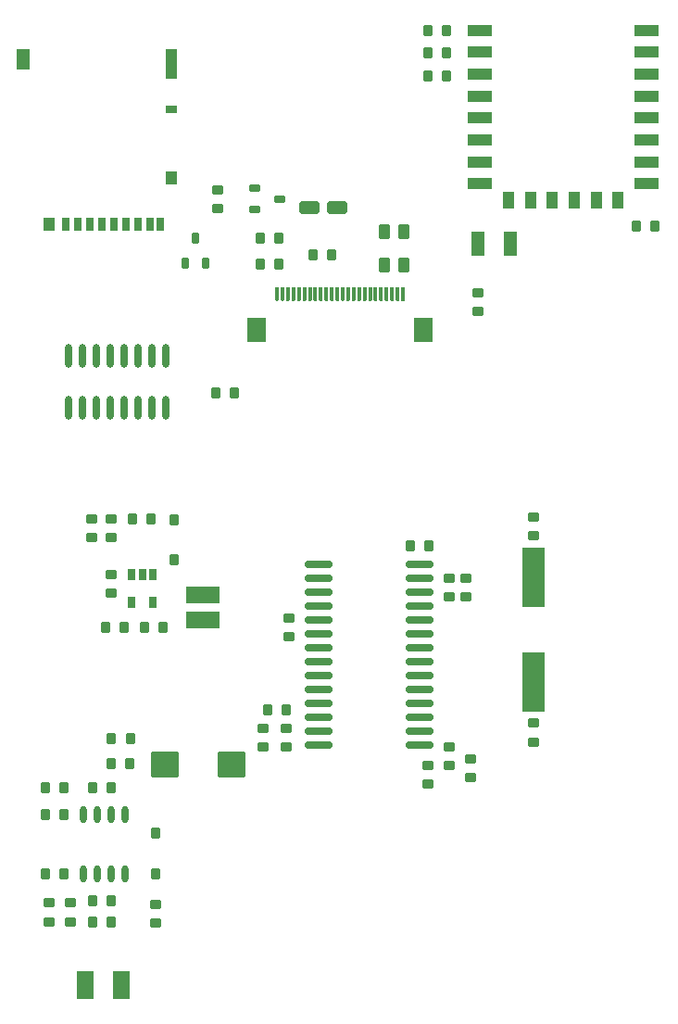
<source format=gtp>
G04 Layer_Color=8421504*
%FSLAX44Y44*%
%MOMM*%
G71*
G01*
G75*
G04:AMPARAMS|DCode=10|XSize=1mm|YSize=0.9mm|CornerRadius=0.1125mm|HoleSize=0mm|Usage=FLASHONLY|Rotation=270.000|XOffset=0mm|YOffset=0mm|HoleType=Round|Shape=RoundedRectangle|*
%AMROUNDEDRECTD10*
21,1,1.0000,0.6750,0,0,270.0*
21,1,0.7750,0.9000,0,0,270.0*
1,1,0.2250,-0.3375,-0.3875*
1,1,0.2250,-0.3375,0.3875*
1,1,0.2250,0.3375,0.3875*
1,1,0.2250,0.3375,-0.3875*
%
%ADD10ROUNDEDRECTD10*%
%ADD11R,0.7000X1.2000*%
%ADD12R,1.0000X1.2000*%
%ADD13R,1.0000X0.8000*%
%ADD14R,1.0000X2.8000*%
%ADD15R,1.3000X1.9000*%
%ADD16R,1.1430X2.2860*%
%ADD17R,0.3000X1.3000*%
%ADD18R,1.8000X2.2000*%
%ADD19R,3.0500X1.5200*%
G04:AMPARAMS|DCode=20|XSize=2.45mm|YSize=2.55mm|CornerRadius=0.245mm|HoleSize=0mm|Usage=FLASHONLY|Rotation=90.000|XOffset=0mm|YOffset=0mm|HoleType=Round|Shape=RoundedRectangle|*
%AMROUNDEDRECTD20*
21,1,2.4500,2.0600,0,0,90.0*
21,1,1.9600,2.5500,0,0,90.0*
1,1,0.4900,1.0300,0.9800*
1,1,0.4900,1.0300,-0.9800*
1,1,0.4900,-1.0300,-0.9800*
1,1,0.4900,-1.0300,0.9800*
%
%ADD20ROUNDEDRECTD20*%
G04:AMPARAMS|DCode=21|XSize=1.8mm|YSize=1.2mm|CornerRadius=0.15mm|HoleSize=0mm|Usage=FLASHONLY|Rotation=180.000|XOffset=0mm|YOffset=0mm|HoleType=Round|Shape=RoundedRectangle|*
%AMROUNDEDRECTD21*
21,1,1.8000,0.9000,0,0,180.0*
21,1,1.5000,1.2000,0,0,180.0*
1,1,0.3000,-0.7500,0.4500*
1,1,0.3000,0.7500,0.4500*
1,1,0.3000,0.7500,-0.4500*
1,1,0.3000,-0.7500,-0.4500*
%
%ADD21ROUNDEDRECTD21*%
%ADD22R,1.5500X2.6000*%
G04:AMPARAMS|DCode=23|XSize=1.4mm|YSize=1mm|CornerRadius=0.125mm|HoleSize=0mm|Usage=FLASHONLY|Rotation=270.000|XOffset=0mm|YOffset=0mm|HoleType=Round|Shape=RoundedRectangle|*
%AMROUNDEDRECTD23*
21,1,1.4000,0.7500,0,0,270.0*
21,1,1.1500,1.0000,0,0,270.0*
1,1,0.2500,-0.3750,-0.5750*
1,1,0.2500,-0.3750,0.5750*
1,1,0.2500,0.3750,0.5750*
1,1,0.2500,0.3750,-0.5750*
%
%ADD23ROUNDEDRECTD23*%
G04:AMPARAMS|DCode=24|XSize=1mm|YSize=0.9mm|CornerRadius=0.1125mm|HoleSize=0mm|Usage=FLASHONLY|Rotation=0.000|XOffset=0mm|YOffset=0mm|HoleType=Round|Shape=RoundedRectangle|*
%AMROUNDEDRECTD24*
21,1,1.0000,0.6750,0,0,0.0*
21,1,0.7750,0.9000,0,0,0.0*
1,1,0.2250,0.3875,-0.3375*
1,1,0.2250,-0.3875,-0.3375*
1,1,0.2250,-0.3875,0.3375*
1,1,0.2250,0.3875,0.3375*
%
%ADD24ROUNDEDRECTD24*%
%ADD25R,1.0000X1.5000*%
%ADD26R,2.2500X1.0000*%
G04:AMPARAMS|DCode=27|XSize=0.6mm|YSize=1.1mm|CornerRadius=0.075mm|HoleSize=0mm|Usage=FLASHONLY|Rotation=180.000|XOffset=0mm|YOffset=0mm|HoleType=Round|Shape=RoundedRectangle|*
%AMROUNDEDRECTD27*
21,1,0.6000,0.9500,0,0,180.0*
21,1,0.4500,1.1000,0,0,180.0*
1,1,0.1500,-0.2250,0.4750*
1,1,0.1500,0.2250,0.4750*
1,1,0.1500,0.2250,-0.4750*
1,1,0.1500,-0.2250,-0.4750*
%
%ADD27ROUNDEDRECTD27*%
G04:AMPARAMS|DCode=28|XSize=0.6mm|YSize=1mm|CornerRadius=0.075mm|HoleSize=0mm|Usage=FLASHONLY|Rotation=270.000|XOffset=0mm|YOffset=0mm|HoleType=Round|Shape=RoundedRectangle|*
%AMROUNDEDRECTD28*
21,1,0.6000,0.8500,0,0,270.0*
21,1,0.4500,1.0000,0,0,270.0*
1,1,0.1500,-0.4250,-0.2250*
1,1,0.1500,-0.4250,0.2250*
1,1,0.1500,0.4250,0.2250*
1,1,0.1500,0.4250,-0.2250*
%
%ADD28ROUNDEDRECTD28*%
G04:AMPARAMS|DCode=29|XSize=0.6mm|YSize=1mm|CornerRadius=0.075mm|HoleSize=0mm|Usage=FLASHONLY|Rotation=0.000|XOffset=0mm|YOffset=0mm|HoleType=Round|Shape=RoundedRectangle|*
%AMROUNDEDRECTD29*
21,1,0.6000,0.8500,0,0,0.0*
21,1,0.4500,1.0000,0,0,0.0*
1,1,0.1500,0.2250,-0.4250*
1,1,0.1500,-0.2250,-0.4250*
1,1,0.1500,-0.2250,0.4250*
1,1,0.1500,0.2250,0.4250*
%
%ADD29ROUNDEDRECTD29*%
%ADD30O,2.6000X0.7000*%
%ADD31O,0.6000X2.2000*%
%ADD32O,0.6000X1.6000*%
G04:AMPARAMS|DCode=33|XSize=0.8mm|YSize=1mm|CornerRadius=0.1mm|HoleSize=0mm|Usage=FLASHONLY|Rotation=180.000|XOffset=0mm|YOffset=0mm|HoleType=Round|Shape=RoundedRectangle|*
%AMROUNDEDRECTD33*
21,1,0.8000,0.8000,0,0,180.0*
21,1,0.6000,1.0000,0,0,180.0*
1,1,0.2000,-0.3000,0.4000*
1,1,0.2000,0.3000,0.4000*
1,1,0.2000,0.3000,-0.4000*
1,1,0.2000,-0.3000,-0.4000*
%
%ADD33ROUNDEDRECTD33*%
%ADD34R,2.0000X5.5000*%
G36*
X283723Y729500D02*
X281250D01*
Y742511D01*
X283723D01*
Y729500D01*
D02*
G37*
G36*
X278689D02*
X276250D01*
Y742519D01*
X278689D01*
Y729500D01*
D02*
G37*
G36*
X273707D02*
X271250D01*
Y742511D01*
X273707D01*
Y729500D01*
D02*
G37*
G36*
X298746D02*
X296250D01*
Y742518D01*
X298746D01*
Y729500D01*
D02*
G37*
G36*
X293737D02*
X291250D01*
Y742514D01*
X293737D01*
Y729500D01*
D02*
G37*
G36*
X288726D02*
X286250D01*
Y742514D01*
X288726D01*
Y729500D01*
D02*
G37*
G36*
X253721D02*
X251250D01*
Y742504D01*
X253721D01*
Y729500D01*
D02*
G37*
G36*
X248746D02*
X246250D01*
Y742501D01*
X248746D01*
Y729500D01*
D02*
G37*
G36*
X243621D02*
X241250D01*
Y742515D01*
X243621D01*
Y729500D01*
D02*
G37*
G36*
X268714D02*
X266250D01*
Y742508D01*
X268714D01*
Y729500D01*
D02*
G37*
G36*
X263659D02*
X261250D01*
Y742516D01*
X263659D01*
Y729500D01*
D02*
G37*
G36*
X258662D02*
X256250D01*
Y742514D01*
X258662D01*
Y729500D01*
D02*
G37*
G36*
X343823D02*
X341250D01*
Y742511D01*
X343823D01*
Y729500D01*
D02*
G37*
G36*
X338776D02*
X336250D01*
Y742504D01*
X338776D01*
Y729500D01*
D02*
G37*
G36*
X333876D02*
X331250D01*
Y742524D01*
X333876D01*
Y729500D01*
D02*
G37*
G36*
X358978D02*
X356250D01*
Y742525D01*
X358978D01*
Y729500D01*
D02*
G37*
G36*
X353922D02*
X351250D01*
Y742521D01*
X353922D01*
Y729500D01*
D02*
G37*
G36*
X348884D02*
X346250D01*
Y742518D01*
X348884D01*
Y729500D01*
D02*
G37*
G36*
X313780D02*
X311250D01*
Y742514D01*
X313780D01*
Y729500D01*
D02*
G37*
G36*
X308764D02*
X306250D01*
Y742511D01*
X308764D01*
Y729500D01*
D02*
G37*
G36*
X303759D02*
X301250D01*
Y742516D01*
X303759D01*
Y729500D01*
D02*
G37*
G36*
X328803D02*
X326250D01*
Y742512D01*
X328803D01*
Y729500D01*
D02*
G37*
G36*
X323816D02*
X321250D01*
Y742518D01*
X323816D01*
Y729500D01*
D02*
G37*
G36*
X318769D02*
X316250D01*
Y742506D01*
X318769D01*
Y729500D01*
D02*
G37*
D10*
X203500Y646000D02*
D03*
X186500D02*
D03*
X251000Y356500D02*
D03*
X234000D02*
D03*
X397500Y935500D02*
D03*
X380500D02*
D03*
X380500Y977000D02*
D03*
X397500D02*
D03*
X397500Y956250D02*
D03*
X380500D02*
D03*
X292000Y772250D02*
D03*
X275000D02*
D03*
X364000Y506500D02*
D03*
X381000D02*
D03*
X102750Y431750D02*
D03*
X85750D02*
D03*
X31000Y206250D02*
D03*
X48000D02*
D03*
X48000Y285250D02*
D03*
X31000D02*
D03*
X91000Y285250D02*
D03*
X74000D02*
D03*
X571000Y798500D02*
D03*
X588000D02*
D03*
X244250Y763750D02*
D03*
X227250D02*
D03*
X227250Y787500D02*
D03*
X244250D02*
D03*
X127250Y530500D02*
D03*
X110250D02*
D03*
X138000Y431500D02*
D03*
X121000D02*
D03*
X73830Y162370D02*
D03*
X90830D02*
D03*
X73830Y181420D02*
D03*
X90830D02*
D03*
X48000Y260250D02*
D03*
X31000D02*
D03*
X91250Y329750D02*
D03*
X108250D02*
D03*
X91000Y307500D02*
D03*
X108000D02*
D03*
D11*
X49500Y799500D02*
D03*
X60500D02*
D03*
X71500D02*
D03*
X82500D02*
D03*
X93500D02*
D03*
X104500D02*
D03*
X115500D02*
D03*
X126500D02*
D03*
X136000D02*
D03*
D12*
X34000D02*
D03*
X145500Y842500D02*
D03*
D13*
Y904500D02*
D03*
D14*
Y946000D02*
D03*
D15*
X10500Y950500D02*
D03*
D16*
X426395Y782000D02*
D03*
X455605D02*
D03*
D17*
X357500Y736000D02*
D03*
X352500D02*
D03*
X347500D02*
D03*
X342500D02*
D03*
X337500D02*
D03*
X332500D02*
D03*
X327500D02*
D03*
X322500D02*
D03*
X317500D02*
D03*
X312500D02*
D03*
X307500D02*
D03*
X302500D02*
D03*
X297500D02*
D03*
X292500D02*
D03*
X287500D02*
D03*
X282500D02*
D03*
X277500D02*
D03*
X272500D02*
D03*
X267500D02*
D03*
X262500D02*
D03*
X257500D02*
D03*
X252500D02*
D03*
X247500D02*
D03*
X242500D02*
D03*
D18*
X376500Y703500D02*
D03*
X223500D02*
D03*
D19*
X175000Y438550D02*
D03*
Y461450D02*
D03*
D20*
X140250Y306000D02*
D03*
X200750D02*
D03*
D21*
X271750Y815500D02*
D03*
X297750D02*
D03*
D22*
X67100Y104500D02*
D03*
X99900D02*
D03*
D23*
X358500Y792750D02*
D03*
X340500D02*
D03*
Y763000D02*
D03*
X358500D02*
D03*
D24*
X188500Y831250D02*
D03*
Y814250D02*
D03*
X400000Y322500D02*
D03*
Y305500D02*
D03*
X380500D02*
D03*
Y288500D02*
D03*
X91250Y513500D02*
D03*
Y530500D02*
D03*
Y463250D02*
D03*
Y480250D02*
D03*
X34070Y179750D02*
D03*
Y162750D02*
D03*
X53500Y162750D02*
D03*
Y179750D02*
D03*
X425767Y720500D02*
D03*
Y737500D02*
D03*
X253500Y423000D02*
D03*
Y440000D02*
D03*
X229500Y322000D02*
D03*
Y339000D02*
D03*
X250500Y322000D02*
D03*
Y339000D02*
D03*
X415000Y476500D02*
D03*
Y459500D02*
D03*
X399500Y476500D02*
D03*
Y459500D02*
D03*
X477000Y532000D02*
D03*
Y515000D02*
D03*
X477000Y327000D02*
D03*
Y344000D02*
D03*
X419500Y294000D02*
D03*
Y311000D02*
D03*
X73250Y530500D02*
D03*
Y513500D02*
D03*
X131500Y178500D02*
D03*
Y161500D02*
D03*
D25*
X554250Y822000D02*
D03*
X534250D02*
D03*
X514250D02*
D03*
X494250D02*
D03*
X474250D02*
D03*
X454250D02*
D03*
D26*
X428000Y837000D02*
D03*
Y857000D02*
D03*
Y877000D02*
D03*
Y897000D02*
D03*
Y917000D02*
D03*
Y937000D02*
D03*
Y957000D02*
D03*
Y977000D02*
D03*
X580500D02*
D03*
Y957000D02*
D03*
Y937000D02*
D03*
Y917000D02*
D03*
Y897000D02*
D03*
Y877000D02*
D03*
Y857000D02*
D03*
Y837000D02*
D03*
D27*
X109750Y454250D02*
D03*
X128750Y480250D02*
D03*
X119250D02*
D03*
X109750D02*
D03*
X128750Y454250D02*
D03*
D28*
X245000Y823000D02*
D03*
X222000Y813500D02*
D03*
Y832500D02*
D03*
D29*
X167750Y787500D02*
D03*
X177250Y764500D02*
D03*
X158250D02*
D03*
D30*
X280500Y489050D02*
D03*
Y476350D02*
D03*
Y463650D02*
D03*
Y450950D02*
D03*
Y438250D02*
D03*
Y425550D02*
D03*
Y412850D02*
D03*
Y400150D02*
D03*
Y387450D02*
D03*
Y374750D02*
D03*
Y362050D02*
D03*
Y349350D02*
D03*
Y336650D02*
D03*
Y323950D02*
D03*
X372500Y489050D02*
D03*
Y476350D02*
D03*
Y463650D02*
D03*
Y450950D02*
D03*
Y438250D02*
D03*
Y425550D02*
D03*
Y412850D02*
D03*
Y400150D02*
D03*
Y387450D02*
D03*
Y374750D02*
D03*
Y362050D02*
D03*
Y349350D02*
D03*
Y336650D02*
D03*
Y323950D02*
D03*
D31*
X140450Y680000D02*
D03*
X127750D02*
D03*
X115050D02*
D03*
X102350D02*
D03*
X89650D02*
D03*
X76950D02*
D03*
X64250D02*
D03*
X140450Y632000D02*
D03*
X127750D02*
D03*
X115050D02*
D03*
X102350D02*
D03*
X89650D02*
D03*
X76950D02*
D03*
X64250D02*
D03*
X51550Y680000D02*
D03*
Y632000D02*
D03*
D32*
X65510Y206280D02*
D03*
X78210D02*
D03*
X90910D02*
D03*
X103610D02*
D03*
X65510Y260280D02*
D03*
X78210D02*
D03*
X90910D02*
D03*
X103610D02*
D03*
D33*
X148750Y530000D02*
D03*
Y493000D02*
D03*
X131500Y206500D02*
D03*
Y243500D02*
D03*
D34*
X477000Y382000D02*
D03*
Y477000D02*
D03*
M02*

</source>
